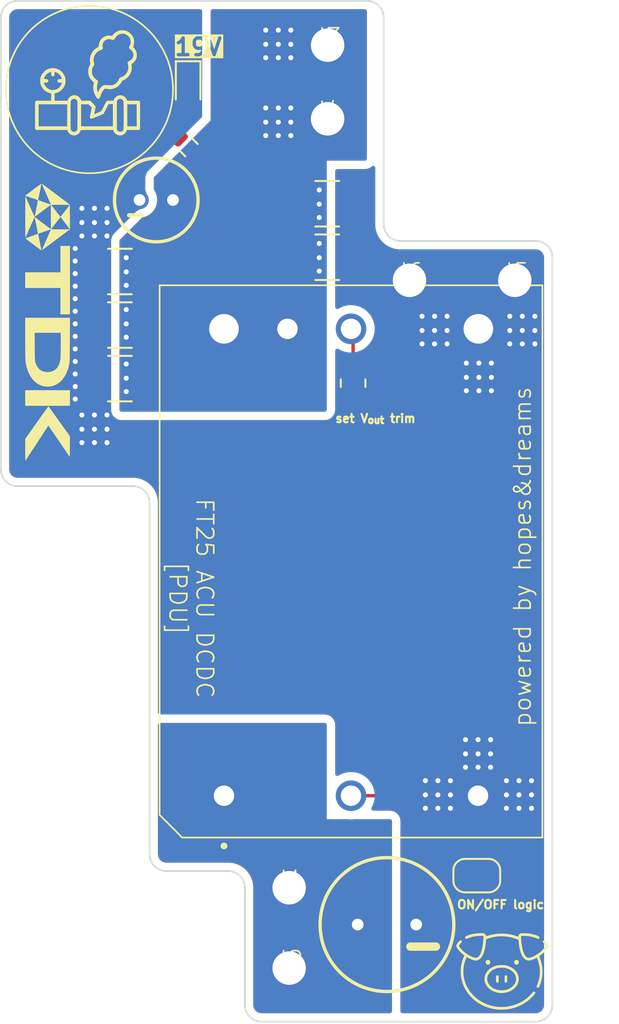
<source format=kicad_pcb>
(kicad_pcb (version 20240108) (generator "pcbnew") (generator_version "8.0")
  (layers (0 "F.Cu" signal) (31 "B.Cu" signal) (34 "B.Paste" user) (35 "F.Paste" user) (36 "B.SilkS" user "B.Silkscreen") (37 "F.SilkS" user "F.Silkscreen") (38 "B.Mask" user) (39 "F.Mask" user) (44 "Edge.Cuts" user))
  (net 0 "")
  (net 1 "Net-(JP1-B)")
  (net 2 "GND")
  (net 3 "Net-(U1-trim)")
  (net 4 "+24V")
  (net 5 "+19V")
  (net 6 "Net-(D1-A)")
  (footprint "FaSTTUBe_logos:hole_2mm" (layer "F.Cu") (at 116.9 100.15)
    (property "Reference" "J6" (at 0 -0.5 0) (layer "F.SilkS") (effects (font (thickness 0.1))))
    (property "Value" "Conn_01x01_Pin")
    (pad "1" thru_hole circle (at 0 0) (size 3.5 3.5) (drill 2) (layers "*.Cu" "*.Mask") (net 2 "GND"))
  )
  (footprint "FaSTTUBe_logos:tdk_logo" (layer "F.Cu") (at 95.199999 102.7 -90)
    (property "Reference" "G***" (hide yes))
    (property "Value" "LOGO" (hide yes))
  )
  (footprint "Capacitor_SMD:C_1210_3225Metric" (layer "F.Cu") (at 111.974264 98.771751)
    (property "Reference" "C4" (hide yes))
    (property "Value" "22n")
    (pad "1" smd roundrect (at -1.475001 0) (size 1.15 2.7) (layers "F.Cu" "F.Paste" "F.Mask") (roundrect_rratio 0.217391) (net 5 "+19V"))
    (pad "2" smd roundrect (at 1.475001 0) (size 1.15 2.7) (layers "F.Cu" "F.Paste" "F.Mask") (roundrect_rratio 0.217391) (net 2 "GND"))
  )
  (footprint "C_THT:C_THT_8mm" (layer "F.Cu") (at 113.8 138.65)
    (property "Reference" "C2" (hide yes))
    (property "Value" "100u" (hide yes))
    (pad "1" thru_hole rect (at 0 0) (size 1.1 1.1) (drill 0.7) (layers "*.Cu" "*.Mask") (net 4 "+24V"))
    (pad "2" thru_hole circle (at 3.5 0) (size 1.1 1.1) (drill 0.7) (layers "*.Cu" "*.Mask") (net 2 "GND"))
  )
  (footprint "Jumper:SolderJumper-2_P1.3mm_Open_RoundedPad1.0x1.5mm" (layer "F.Cu") (at 120.924999 135.725 180)
    (property "Reference" "JP1" (hide yes))
    (property "Value" "~")
    (pad "1" smd custom (at -0.649999 0 180) (size 1 0.5) (layers "F.Cu" "F.Mask") (net 2 "GND") (options (clearance outline) (anchor rect)) (primitives (gr_circle (center 0 0.25) (end 0.5 0.25) (width 0) (fill yes)) (gr_circle (center 0 -0.25) (end 0.5 -0.25) (width 0) (fill yes)) (gr_poly (pts (xy 0.5 0.75) (xy 0 0.75) (xy 0 -0.75) (xy 0.5 -0.75)) (width 0) (fill yes))))
    (pad "2" smd custom (at 0.649999 0 180) (size 1 0.5) (layers "F.Cu" "F.Mask") (net 1 "Net-(JP1-B)") (options (clearance outline) (anchor rect)) (primitives (gr_circle (center 0 0.25) (end 0.5 0.25) (width 0) (fill yes)) (gr_circle (center 0 -0.25) (end 0.5 -0.25) (width 0) (fill yes)) (gr_poly (pts (xy 0 0.75) (xy -0.5 0.75) (xy -0.5 -0.75) (xy 0 -0.75)) (width 0) (fill yes))))
  )
  (footprint "Capacitor_SMD:C_1210_3225Metric" (layer "F.Cu") (at 99.575 102.825 180)
    (property "Reference" "C6" (hide yes))
    (property "Value" "22n")
    (pad "1" smd roundrect (at -1.475001 0 180) (size 1.15 2.7) (layers "F.Cu" "F.Paste" "F.Mask") (roundrect_rratio 0.217391) (net 5 "+19V"))
    (pad "2" smd roundrect (at 1.475001 0 180) (size 1.15 2.7) (layers "F.Cu" "F.Paste" "F.Mask") (roundrect_rratio 0.217391) (net 2 "GND"))
  )
  (footprint "FaSTTUBe_logos:hole_2mm" (layer "F.Cu") (at 109.7 141.25)
    (property "Reference" "J2" (at 0 -0.5 0) (layer "F.SilkS") (effects (font (thickness 0.1))))
    (property "Value" "Conn_01x01_Pin")
    (pad "1" thru_hole circle (at 0 0) (size 3.5 3.5) (drill 2) (layers "*.Cu" "*.Mask") (net 4 "+24V"))
  )
  (footprint "brain:piggy" (layer "F.Cu") (at 122.45 141.45)
    (property "Reference" "G***" (hide yes))
    (property "Value" "LOGO" (hide yes))
  )
  (footprint "Resistor_SMD:R_0805_2012Metric" (layer "F.Cu") (at 113.525 106.295 -90)
    (property "Reference" "R1" (hide yes))
    (property "Value" "680")
    (pad "1" smd roundrect (at -0.9125 0 270) (size 1.025 1.4) (layers "F.Cu" "F.Paste" "F.Mask") (roundrect_rratio 0.243902) (net 3 "Net-(U1-trim)"))
    (pad "2" smd roundrect (at 0.9125 0 270) (size 1.025 1.4) (layers "F.Cu" "F.Paste" "F.Mask") (roundrect_rratio 0.243902) (net 2 "GND"))
  )
  (footprint "Capacitor_SMD:C_1210_3225Metric" (layer "F.Cu") (at 99.575001 99.625 180)
    (property "Reference" "C5" (hide yes))
    (property "Value" "22n")
    (pad "1" smd roundrect (at -1.475001 0 180) (size 1.15 2.7) (layers "F.Cu" "F.Paste" "F.Mask") (roundrect_rratio 0.217391) (net 5 "+19V"))
    (pad "2" smd roundrect (at 1.475001 0 180) (size 1.15 2.7) (layers "F.Cu" "F.Paste" "F.Mask") (roundrect_rratio 0.217391) (net 2 "GND"))
  )
  (footprint "Resistor_SMD:R_0603_1608Metric" (layer "F.Cu") (at 103.688909 92.204019 135)
    (property "Reference" "R4" (hide yes))
    (property "Value" "10k")
    (pad "1" smd roundrect (at -0.825 0 135) (size 0.8 0.95) (layers "F.Cu" "F.Paste" "F.Mask") (net 5 "+19V"))
    (pad "2" smd roundrect (at 0.825 0 135) (size 0.8 0.95) (layers "F.Cu" "F.Paste" "F.Mask") (net 6 "Net-(D1-A)"))
  )
  (footprint "i6A24014A033V-001-R:I6A24014A033V001R" (layer "F.Cu") (at 105.8 130.95 90)
    (property "Reference" "U1" (hide yes))
    (property "Value" "TDK i6A24014A033V-001-R" (hide yes))
    (pad "1" thru_hole circle (at 0 0 90) (size 1.83 1.83) (drill 1.22) (layers "*.Cu" "*.Mask") (net 4 "+24V"))
    (pad "2" thru_hole circle (at 0 7.600001 90) (size 1.83 1.83) (drill 1.22) (layers "*.Cu" "*.Mask") (net 1 "Net-(JP1-B)"))
    (pad "3" thru_hole circle (at 0 15.2 90) (size 1.83 1.83) (drill 1.22) (layers "*.Cu" "*.Mask") (net 2 "GND"))
    (pad "4" thru_hole circle (at 27.9 15.22 90) (size 2.655 2.655) (drill 1.77) (layers "*.Cu" "*.Mask") (net 2 "GND"))
    (pad "6" thru_hole circle (at 27.9 7.6 90) (size 1.83 1.83) (drill 1.22) (layers "*.Cu" "*.Mask") (net 3 "Net-(U1-trim)"))
    (pad "7" thru_hole circle (at 27.9 3.8 90) (size 1.83 1.83) (drill 1.22) (layers "*.Cu" "*.Mask") (net 5 "+19V"))
    (pad "8" thru_hole circle (at 27.9 0 90) (size 2.655 2.655) (drill 1.77) (layers "*.Cu" "*.Mask") (net 5 "+19V"))
  )
  (footprint "FaSTTUBe_logos:leak" (layer "F.Cu") (at 97.65 88.35)
    (property "Reference" "G***" (hide yes))
    (property "Value" "LOGO" (hide yes))
  )
  (footprint "Capacitor_SMD:C_1210_3225Metric" (layer "F.Cu") (at 99.575 106.025 180)
    (property "Reference" "C7" (hide yes))
    (property "Value" "15n")
    (pad "1" smd roundrect (at -1.475001 0 180) (size 1.15 2.7) (layers "F.Cu" "F.Paste" "F.Mask") (roundrect_rratio 0.217391) (net 5 "+19V"))
    (pad "2" smd roundrect (at 1.475001 0 180) (size 1.15 2.7) (layers "F.Cu" "F.Paste" "F.Mask") (roundrect_rratio 0.217391) (net 2 "GND"))
  )
  (footprint "LED_SMD:LED_0603_1608Metric" (layer "F.Cu") (at 103.655 88.545 -90)
    (property "Reference" "D1" (hide yes))
    (property "Value" "BLUE")
    (pad "1" smd roundrect (at -0.787501 0 270) (size 0.875 0.95) (layers "F.Cu" "F.Paste" "F.Mask") (net 2 "GND"))
    (pad "2" smd roundrect (at 0.787501 0 270) (size 0.875 0.95) (layers "F.Cu" "F.Paste" "F.Mask") (net 6 "Net-(D1-A)"))
  )
  (footprint "Capacitor_SMD:C_1210_3225Metric" (layer "F.Cu") (at 111.975 95.574999)
    (property "Reference" "C3" (hide yes))
    (property "Value" "22n")
    (pad "1" smd roundrect (at -1.475001 0) (size 1.15 2.7) (layers "F.Cu" "F.Paste" "F.Mask") (roundrect_rratio 0.217391) (net 5 "+19V"))
    (pad "2" smd roundrect (at 1.475001 0) (size 1.15 2.7) (layers "F.Cu" "F.Paste" "F.Mask") (roundrect_rratio 0.217391) (net 2 "GND"))
  )
  (footprint "C_THT:C_THT_5mm" (layer "F.Cu") (at 102.75 95.35 180)
    (property "Reference" "C1" (hide yes))
    (property "Value" "22u" (hide yes))
    (pad "1" thru_hole rect (at 0 0 180) (size 1.1 1.1) (drill 0.7) (layers "*.Cu" "*.Mask") (net 5 "+19V"))
    (pad "2" thru_hole circle (at 2.000001 0 180) (size 1.1 1.1) (drill 0.7) (layers "*.Cu" "*.Mask") (net 2 "GND"))
  )
  (footprint "FaSTTUBe_logos:hole_2mm" (layer "F.Cu") (at 123.2 100.15)
    (property "Reference" "J5" (at 0 -0.5 0) (layer "F.SilkS") (effects (font (thickness 0.1))))
    (property "Value" "Conn_01x01_Pin")
    (pad "1" thru_hole circle (at 0 0) (size 3.5 3.5) (drill 2) (layers "*.Cu" "*.Mask") (net 2 "GND"))
  )
  (footprint "FaSTTUBe_logos:hole_2mm" (layer "F.Cu") (at 109.7 136.45)
    (property "Reference" "J1" (at 0 -0.5 0) (layer "F.SilkS") (effects (font (thickness 0.1))))
    (property "Value" "Conn_01x01_Pin")
    (pad "1" thru_hole circle (at 0 0) (size 3.5 3.5) (drill 2) (layers "*.Cu" "*.Mask") (net 4 "+24V"))
  )
  (footprint "FaSTTUBe_logos:hole_2mm" (layer "F.Cu") (at 112 86.1)
    (property "Reference" "J3" (at 0 -0.5 0) (layer "F.SilkS") (effects (font (thickness 0.1))))
    (property "Value" "Conn_01x01_Pin")
    (pad "1" thru_hole circle (at 0 0) (size 3.5 3.5) (drill 2) (layers "*.Cu" "*.Mask") (net 5 "+19V"))
  )
  (footprint "FaSTTUBe_logos:hole_2mm" (layer "F.Cu") (at 112 90.5)
    (property "Reference" "J4" (at 0 -0.5 0) (layer "F.SilkS") (effects (font (thickness 0.1))))
    (property "Value" "Conn_01x01_Pin")
    (pad "1" thru_hole circle (at 0 0) (size 3.5 3.5) (drill 2) (layers "*.Cu" "*.Mask") (net 5 "+19V"))
  )
  (gr_circle (center 97.75 88.75) (end 102.75 88.75) (stroke (width 0.1)) (fill none) (layer "F.SilkS"))
  (gr_line (start 93.45 83.45) (end 114.35 83.45) (stroke (width 0.1)) (layer "Edge.Cuts"))
  (gr_line (start 116.35 97.8) (end 124.45 97.8) (stroke (width 0.1)) (layer "Edge.Cuts"))
  (gr_arc (start 100.35 112.45) (mid 101.057107 112.742893) (end 101.35 113.45) (stroke (width 0.1)) (layer "Edge.Cuts"))
  (gr_line (start 125.449999 112.45) (end 125.449999 143.45) (stroke (width 0.1)) (layer "Edge.Cuts"))
  (gr_line (start 100.35 112.45) (end 93.45 112.45) (stroke (width 0.1)) (layer "Edge.Cuts"))
  (gr_line (start 92.450001 111.45) (end 92.450001 84.45) (stroke (width 0.1)) (layer "Edge.Cuts"))
  (gr_arc (start 125.449998 143.45) (mid 125.157105 144.157106) (end 124.449999 144.449999) (stroke (width 0.1)) (layer "Edge.Cuts"))
  (gr_arc (start 124.45 97.8) (mid 125.157107 98.092893) (end 125.45 98.8) (stroke (width 0.1)) (layer "Edge.Cuts"))
  (gr_arc (start 92.450001 84.45) (mid 92.742894 83.742894) (end 93.45 83.450001) (stroke (width 0.1)) (layer "Edge.Cuts"))
  (gr_line (start 125.449999 98.8) (end 125.449999 112.45) (stroke (width 0.1)) (layer "Edge.Cuts"))
  (gr_arc (start 102.35 135.45) (mid 101.642893 135.157107) (end 101.35 134.45) (stroke (width 0.1)) (layer "Edge.Cuts"))
  (gr_line (start 124.45 144.45) (end 108.05 144.45) (stroke (width 0.1)) (layer "Edge.Cuts"))
  (gr_arc (start 116.35 97.8) (mid 115.642893 97.507107) (end 115.35 96.8) (stroke (width 0.1)) (layer "Edge.Cuts"))
  (gr_line (start 107.05 143.45) (end 107.05 136.45) (stroke (width 0.1)) (layer "Edge.Cuts"))
  (gr_arc (start 106.05 135.45) (mid 106.757107 135.742893) (end 107.05 136.45) (stroke (width 0.1)) (layer "Edge.Cuts"))
  (gr_arc (start 93.45 112.45) (mid 92.742893 112.157107) (end 92.45 111.45) (stroke (width 0.1)) (layer "Edge.Cuts"))
  (gr_line (start 115.35 84.45) (end 115.35 96.8) (stroke (width 0.1)) (layer "Edge.Cuts"))
  (gr_arc (start 108.05 144.45) (mid 107.342893 144.157107) (end 107.05 143.45) (stroke (width 0.1)) (layer "Edge.Cuts"))
  (gr_arc (start 114.35 83.45) (mid 115.057107 83.742893) (end 115.35 84.45) (stroke (width 0.1)) (layer "Edge.Cuts"))
  (gr_line (start 101.35 134.45) (end 101.35 113.45) (stroke (width 0.1)) (layer "Edge.Cuts"))
  (gr_line (start 106.05 135.45) (end 102.35 135.45) (stroke (width 0.1)) (layer "Edge.Cuts"))
  (gr_text "ON/OFF logic" (at 122.35 137.75 0) (layer "F.SilkS") (effects (font (size 0.5 0.5) (thickness 0.125) (bold yes)) (justify bottom)))
  (gr_text "19V" (at 102.75 86.8 0) (layer "F.SilkS" knockout) (effects (font (size 1 1) (thickness 0.2) (bold yes)) (justify left bottom)))
  (gr_text "powered by hopes&dreams" (at 124.25 126.9 90) (layer "F.SilkS") (effects (font (size 1 1) (thickness 0.1)) (justify left bottom)))
  (gr_text "-" (at 99.720585 96.778596 0) (layer "F.SilkS") (effects (font (size 1 1) (thickness 0.25) (bold yes)) (justify left bottom)))
  (gr_text "FT25 ACU DCDC\n[PDU]" (at 102.45 119.15 270) (layer "F.SilkS") (effects (font (size 1 1) (thickness 0.1)) (justify bottom)))
  (gr_text "-" (at 116.15 141 0) (layer "F.SilkS") (effects (font (size 2 2) (thickness 0.5) (bold yes)) (justify left bottom)))
  (gr_text "set V_{out} trim" (at 112.4 108.7 0) (layer "F.SilkS") (effects (font (size 0.5 0.5) (thickness 0.125) (bold yes)) (justify left bottom)))
  (segment (start 113.400001 130.95) (end 115.5 130.95) (width 0.2) (layer "F.Cu") (net 1))
  (segment (start 115.5 130.95) (end 120.275 135.725) (width 0.2) (layer "F.Cu") (net 1))
  (via (at 121.8 106.75) (size 0.6) (drill 0.3) (layers "F.Cu" "B.Cu") (net 2))
  (via (at 123.45 130.9) (size 0.6) (drill 0.3) (layers "F.Cu" "B.Cu") (net 2))
  (via (at 120.3 106.75) (size 0.6) (drill 0.3) (layers "F.Cu" "B.Cu") (net 2))
  (via (at 98.05 96.7) (size 0.6) (drill 0.3) (layers "F.Cu" "B.Cu") (net 2))
  (via (at 98.05 108.2) (size 0.6) (drill 0.3) (layers "F.Cu" "B.Cu") (net 2))
  (via (at 124.4 102.3) (size 0.6) (drill 0.3) (layers "F.Cu" "B.Cu") (net 2))
  (via (at 117.85 130.9) (size 0.6) (drill 0.3) (layers "F.Cu" "B.Cu") (net 2))
  (via (at 122.9 103.95) (size 0.6) (drill 0.3) (layers "F.Cu" "B.Cu") (net 2))
  (via (at 98.05 95.85) (size 0.6) (drill 0.3) (layers "F.Cu" "B.Cu") (net 2))
  (via (at 98.05 97.5) (size 0.6) (drill 0.3) (layers "F.Cu" "B.Cu") (net 2))
  (via (at 117.85 131.7) (size 0.6) (drill 0.3) (layers "F.Cu" "B.Cu") (net 2))
  (via (at 121.75 128.45) (size 0.6) (drill 0.3) (layers "F.Cu" "B.Cu") (net 2))
  (via (at 120.3 105.1) (size 0.6) (drill 0.3) (layers "F.Cu" "B.Cu") (net 2))
  (via (at 96.9 105.75) (size 0.6) (drill 0.3) (layers "F.Cu" "B.Cu") (net 2))
  (via (at 96.9 99) (size 0.6) (drill 0.3) (layers "F.Cu" "B.Cu") (net 2))
  (via (at 98.8 109.85) (size 0.6) (drill 0.3) (layers "F.Cu" "B.Cu") (net 2))
  (via (at 96.9 106.5) (size 0.6) (drill 0.3) (layers "F.Cu" "B.Cu") (net 2))
  (via (at 121.05 106.75) (size 0.6) (drill 0.3) (layers "F.Cu" "B.Cu") (net 2))
  (via (at 118.4 102.3) (size 0.6) (drill 0.3) (layers "F.Cu" "B.Cu") (net 2))
  (via (at 120.25 128.45) (size 0.6) (drill 0.3) (layers "F.Cu" "B.Cu") (net 2))
  (via (at 119.35 130.9) (size 0.6) (drill 0.3) (layers "F.Cu" "B.Cu") (net 2))
  (via (at 118.4 103.95) (size 0.6) (drill 0.3) (layers "F.Cu" "B.Cu") (net 2))
  (via (at 122.9 103.15) (size 0.6) (drill 0.3) (layers "F.Cu" "B.Cu") (net 2))
  (via (at 122.9 102.3) (size 0.6) (drill 0.3) (layers "F.Cu" "B.Cu") (net 2))
  (via (at 121.75 129.25) (size 0.6) (drill 0.3) (layers "F.Cu" "B.Cu") (net 2))
  (via (at 122.7 131.7) (size 0.6) (drill 0.3) (layers "F.Cu" "B.Cu") (net 2))
  (via (at 122.7 130.05) (size 0.6) (drill 0.3) (layers "F.Cu" "B.Cu") (net 2))
  (via (at 123.65 103.15) (size 0.6) (drill 0.3) (layers "F.Cu" "B.Cu") (net 2))
  (via (at 121.05 105.95) (size 0.6) (drill 0.3) (layers "F.Cu" "B.Cu") (net 2))
  (via (at 98.8 108.2) (size 0.6) (drill 0.3) (layers "F.Cu" "B.Cu") (net 2))
  (via (at 96.9 104.25) (size 0.6) (drill 0.3) (layers "F.Cu" "B.Cu") (net 2))
  (via (at 124.4 103.15) (size 0.6) (drill 0.3) (layers "F.Cu" "B.Cu") (net 2))
  (via (at 118.6 131.7) (size 0.6) (drill 0.3) (layers "F.Cu" "B.Cu") (net 2))
  (via (at 120.25 129.25) (size 0.6) (drill 0.3) (layers "F.Cu" "B.Cu") (net 2))
  (via (at 119.15 102.3) (size 0.6) (drill 0.3) (layers "F.Cu" "B.Cu") (net 2))
  (via (at 123.45 130.05) (size 0.6) (drill 0.3) (layers "F.Cu" "B.Cu") (net 2))
  (via (at 121.8 105.1) (size 0.6) (drill 0.3) (layers "F.Cu" "B.Cu") (net 2))
  (via (at 98.8 95.85) (size 0.6) (drill 0.3) (layers "F.Cu" "B.Cu") (net 2))
  (via (at 121 129.25) (size 0.6) (drill 0.3) (layers "F.Cu" "B.Cu") (net 2))
  (via (at 122.7 130.9) (size 0.6) (drill 0.3) (layers "F.Cu" "B.Cu") (net 2))
  (via (at 123.45 131.7) (size 0.6) (drill 0.3) (layers "F.Cu" "B.Cu") (net 2))
  (via (at 96.9 103.5) (size 0.6) (drill 0.3) (layers "F.Cu" "B.Cu") (net 2))
  (via (at 97.3 97.5) (size 0.6) (drill 0.3) (layers "F.Cu" "B.Cu") (net 2))
  (via (at 121 128.45) (size 0.6) (drill 0.3) (layers "F.Cu" "B.Cu") (net 2))
  (via (at 124.2 130.9) (size 0.6) (drill 0.3) (layers "F.Cu" "B.Cu") (net 2))
  (via (at 121.75 127.6) (size 0.6) (drill 0.3) (layers "F.Cu" "B.Cu") (net 2))
  (via (at 96.9 98.25) (size 0.6) (drill 0.3) (layers "F.Cu" "B.Cu") (net 2))
  (via (at 98.05 109.85) (size 0.6) (drill 0.3) (layers "F.Cu" "B.Cu") (net 2))
  (via (at 97.3 109.85) (size 0.6) (drill 0.3) (layers "F.Cu" "B.Cu") (net 2))
  (via (at 120.25 127.6) (size 0.6) (drill 0.3) (layers "F.Cu" "B.Cu") (net 2))
  (via (at 96.9 105) (size 0.6) (drill 0.3) (layers "F.Cu" "B.Cu") (net 2))
  (via (at 119.15 103.15) (size 0.6) (drill 0.3) (layers "F.Cu" "B.Cu") (net 2))
  (via (at 121.8 105.95) (size 0.6) (drill 0.3) (layers "F.Cu" "B.Cu") (net 2))
  (via (at 117.65 103.15) (size 0.6) (drill 0.3) (layers "F.Cu" "B.Cu") (net 2))
  (via (at 98.05 109.05) (size 0.6) (drill 0.3) (layers "F.Cu" "B.Cu") (net 2))
  (via (at 97.3 109.05) (size 0.6) (drill 0.3) (layers "F.Cu" "B.Cu") (net 2))
  (via (at 96.9 102) (size 0.6) (drill 0.3) (layers "F.Cu" "B.Cu") (net 2))
  (via (at 117.85 130.05) (size 0.6) (drill 0.3) (layers "F.Cu" "B.Cu") (net 2))
  (via (at 119.35 130.05) (size 0.6) (drill 0.3) (layers "F.Cu" "B.Cu") (net 2))
  (via (at 98.8 97.5) (size 0.6) (drill 0.3) (layers "F.Cu" "B.Cu") (net 2))
  (via (at 117.65 102.3) (size 0.6) (drill 0.3) (layers "F.Cu" "B.Cu") (net 2))
  (via (at 124.2 131.7) (size 0.6) (drill 0.3) (layers "F.Cu" "B.Cu") (net 2))
  (via (at 121 127.6) (size 0.6) (drill 0.3) (layers "F.Cu" "B.Cu") (net 2))
  (via (at 96.9 100.5) (size 0.6) (drill 0.3) (layers "F.Cu" "B.Cu") (net 2))
  (via (at 97.3 96.7) (size 0.6) (drill 0.3) (layers "F.Cu" "B.Cu") (net 2))
  (via (at 119.35 131.7) (size 0.6) (drill 0.3) (layers "F.Cu" "B.Cu") (net 2))
  (via (at 97.3 108.2) (size 0.6) (drill 0.3) (layers "F.Cu" "B.Cu") (net 2))
  (via (at 123.65 102.3) (size 0.6) (drill 0.3) (layers "F.Cu" "B.Cu") (net 2))
  (via (at 124.2 130.05) (size 0.6) (drill 0.3) (layers "F.Cu" "B.Cu") (net 2))
  (via (at 96.9 101.25) (size 0.6) (drill 0.3) (layers "F.Cu" "B.Cu") (net 2))
  (via (at 118.4 103.15) (size 0.6) (drill 0.3) (layers "F.Cu" "B.Cu") (net 2))
  (via (at 98.8 109.05) (size 0.6) (drill 0.3) (layers "F.Cu" "B.Cu") (net 2))
  (via (at 119.15 103.95) (size 0.6) (drill 0.3) (layers "F.Cu" "B.Cu") (net 2))
  (via (at 97.3 95.85) (size 0.6) (drill 0.3) (layers "F.Cu" "B.Cu") (net 2))
  (via (at 123.65 103.95) (size 0.6) (drill 0.3) (layers "F.Cu" "B.Cu") (net 2))
  (via (at 96.9 102.75) (size 0.6) (drill 0.3) (layers "F.Cu" "B.Cu") (net 2))
  (via (at 96.9 99.75) (size 0.6) (drill 0.3) (layers "F.Cu" "B.Cu") (net 2))
  (via (at 121.05 105.1) (size 0.6) (drill 0.3) (layers "F.Cu" "B.Cu") (net 2))
  (via (at 120.3 105.95) (size 0.6) (drill 0.3) (layers "F.Cu" "B.Cu") (net 2))
  (via (at 118.6 130.05) (size 0.6) (drill 0.3) (layers "F.Cu" "B.Cu") (net 2))
  (via (at 117.65 103.95) (size 0.6) (drill 0.3) (layers "F.Cu" "B.Cu") (net 2))
  (via (at 96.9 107.25) (size 0.6) (drill 0.3) (layers "F.Cu" "B.Cu") (net 2))
  (via (at 118.6 130.9) (size 0.6) (drill 0.3) (layers "F.Cu" "B.Cu") (net 2))
  (via (at 124.4 103.95) (size 0.6) (drill 0.3) (layers "F.Cu" "B.Cu") (net 2))
  (via (at 98.8 96.7) (size 0.6) (drill 0.3) (layers "F.Cu" "B.Cu") (net 2))
  (segment (start 113.525 105.3825) (end 113.525 103.175) (width 0.2) (layer "F.Cu") (net 3))
  (segment (start 113.525 103.175) (end 113.4 103.05) (width 0.2) (layer "F.Cu") (net 3))
  (via (at 109.05 86.85) (size 0.6) (drill 0.3) (layers "F.Cu" "B.Cu") (net 5))
  (via (at 109.8 91.5) (size 0.6) (drill 0.3) (layers "F.Cu" "B.Cu") (net 5))
  (via (at 111.5 95.6) (size 0.6) (drill 0.3) (layers "F.Cu" "B.Cu") (net 5))
  (via (at 111.5 99.6) (size 0.6) (drill 0.3) (layers "F.Cu" "B.Cu") (net 5))
  (via (at 109.05 90.7) (size 0.6) (drill 0.3) (layers "F.Cu" "B.Cu") (net 5))
  (via (at 99.95 106) (size 0.6) (drill 0.3) (layers "F.Cu" "B.Cu") (net 5))
  (via (at 108.3 85.2) (size 0.6) (drill 0.3) (layers "F.Cu" "B.Cu") (net 5))
  (via (at 109.8 86.85) (size 0.6) (drill 0.3) (layers "F.Cu" "B.Cu") (net 5))
  (via (at 99.95 98.8) (size 0.6) (drill 0.3) (layers "F.Cu" "B.Cu") (net 5))
  (via (at 109.8 85.2) (size 0.6) (drill 0.3) (layers "F.Cu" "B.Cu") (net 5))
  (via (at 108.3 86.05) (size 0.6) (drill 0.3) (layers "F.Cu" "B.Cu") (net 5))
  (via (at 108.3 89.85) (size 0.6) (drill 0.3) (layers "F.Cu" "B.Cu") (net 5))
  (via (at 111.5 94.75) (size 0.6) (drill 0.3) (layers "F.Cu" "B.Cu") (net 5))
  (via (at 99.95 99.65) (size 0.6) (drill 0.3) (layers "F.Cu" "B.Cu") (net 5))
  (via (at 99.95 102.75) (size 0.6) (drill 0.3) (layers "F.Cu" "B.Cu") (net 5))
  (via (at 109.05 85.2) (size 0.6) (drill 0.3) (layers "F.Cu" "B.Cu") (net 5))
  (via (at 108.3 90.7) (size 0.6) (drill 0.3) (layers "F.Cu" "B.Cu") (net 5))
  (via (at 99.95 101.9) (size 0.6) (drill 0.3) (layers "F.Cu" "B.Cu") (net 5))
  (via (at 109.05 86.05) (size 0.6) (drill 0.3) (layers "F.Cu" "B.Cu") (net 5))
  (via (at 109.8 90.7) (size 0.6) (drill 0.3) (layers "F.Cu" "B.Cu") (net 5))
  (via (at 99.95 106.8) (size 0.6) (drill 0.3) (layers "F.Cu" "B.Cu") (net 5))
  (via (at 109.8 86.05) (size 0.6) (drill 0.3) (layers "F.Cu" "B.Cu") (net 5))
  (via (at 99.95 105.15) (size 0.6) (drill 0.3) (layers "F.Cu" "B.Cu") (net 5))
  (via (at 108.3 91.5) (size 0.6) (drill 0.3) (layers "F.Cu" "B.Cu") (net 5))
  (via (at 99.95 103.55) (size 0.6) (drill 0.3) (layers "F.Cu" "B.Cu") (net 5))
  (via (at 111.5 98.8) (size 0.6) (drill 0.3) (layers "F.Cu" "B.Cu") (net 5))
  (via (at 109.8 89.85) (size 0.6) (drill 0.3) (layers "F.Cu" "B.Cu") (net 5))
  (via (at 109.05 89.85) (size 0.6) (drill 0.3) (layers "F.Cu" "B.Cu") (net 5))
  (via (at 99.95 100.45) (size 0.6) (drill 0.3) (layers "F.Cu" "B.Cu") (net 5))
  (via (at 111.5 96.4) (size 0.6) (drill 0.3) (layers "F.Cu" "B.Cu") (net 5))
  (via (at 109.05 91.5) (size 0.6) (drill 0.3) (layers "F.Cu" "B.Cu") (net 5))
  (via (at 111.5 97.95) (size 0.6) (drill 0.3) (layers "F.Cu" "B.Cu") (net 5))
  (via (at 108.3 86.85) (size 0.6) (drill 0.3) (layers "F.Cu" "B.Cu") (net 5))
  (segment (start 103.105546 89.881955) (end 103.655 89.332501) (width 0.2) (layer "F.Cu") (net 6))
  (segment (start 103.105546 91.620656) (end 103.105546 89.881955) (width 0.2) (layer "F.Cu") (net 6))
  (zone (net 5) (net_name "+19V") (layers "F&B.Cu") (priority 1) (connect_pads yes (clearance 0.5)) (min_thickness 0.25) (fill yes (thermal_gap 0.5) (thermal_bridge_width 0.5) (smoothing fillet) (radius 0.1))
    (polygon (pts (xy 111.95 108) (xy 99.55 108) (xy 99.55 97.75) (xy 101.6 95.7) (xy 101.6 94) (xy 105 90.6) (xy 105 90.6) (xy 105 83.45) (xy 114.25 83.45) (xy 114.35 83.45) (xy 114.35 93) (xy 111.95 93)))
  )
  (zone (net 2) (net_name "GND") (layers "F&B.Cu") (connect_pads yes (clearance 0.5)) (min_thickness 0.25) (fill yes (thermal_gap 0.5) (thermal_bridge_width 0.5) (smoothing fillet) (radius 0.1))
    (polygon (pts (xy 92.45 83.45) (xy 92.45 112.45) (xy 101.35 112.45) (xy 101.35 135.45) (xy 107.05 135.45) (xy 107.05 144.45) (xy 111.05198 144.45198) (xy 114.25 144.45) (xy 125.45 144.45) (xy 125.45 83.45)))
  )
  (zone (net 4) (net_name "+24V") (layers "F&B.Cu") (priority 2) (connect_pads yes (clearance 0.5)) (min_thickness 0.25) (fill yes (thermal_gap 0.5) (thermal_bridge_width 0.5) (smoothing fillet) (radius 0.1))
    (polygon (pts (xy 115.85 144.45) (xy 115.85 132.4) (xy 115.8 132.35) (xy 111.95 132.35) (xy 111.95 126.65) (xy 111.9 126.6) (xy 101.35 126.6) (xy 101.35 135.45) (xy 107.05 135.45) (xy 107.05 144.45)))
  )
)
</source>
